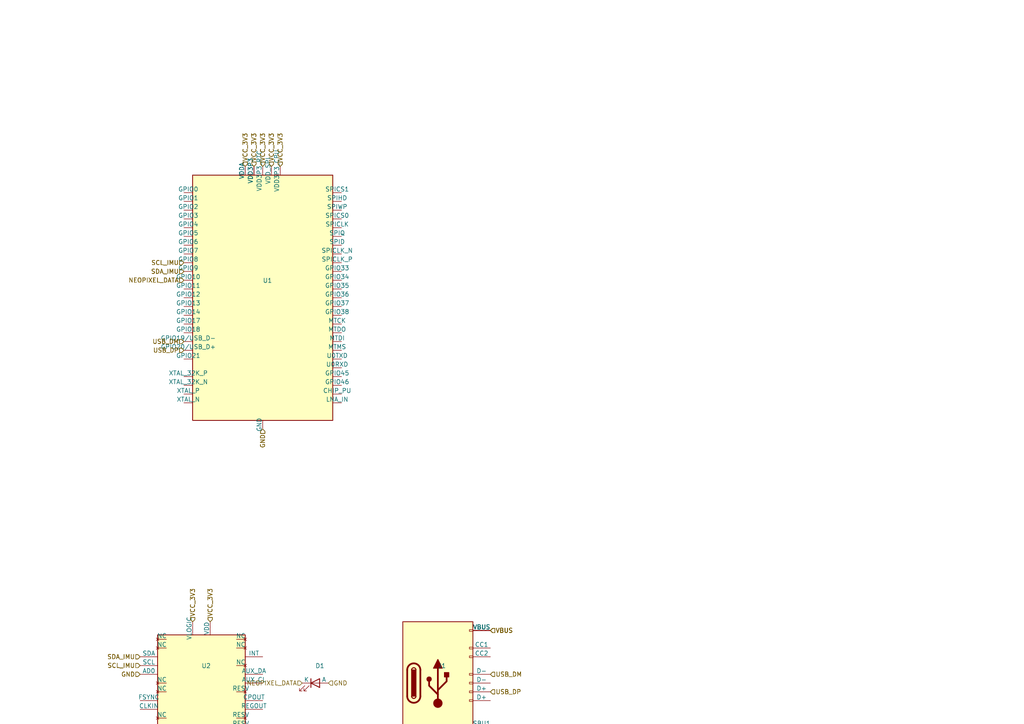
<source format=kicad_sch>
(kicad_sch (version 20250114) (generator "circuit_synth") (generator_version "9.0")
  (paper "A4")
  (lib_symbols
    (symbol "Connector:USB_C_Receptacle_USB2.0_16P" (pin_numbers hide) (pin_names (offset 0))
      (property "Reference" "J" (at 0 0 0))
      (property "Value" "USB_C_Receptacle_USB2.0_16P" (at 0 0 0))
      (symbol "USB_C_Receptacle_USB2.0_16P_0_1"
        (rectangle (start -0.254 -17.78) (end 0.254 -16.764))
        (rectangle (start 10.16 15.494) (end 9.144 14.986))
        (rectangle (start 10.16 10.414) (end 9.144 9.906))
        (rectangle (start 10.16 7.874) (end 9.144 7.366))
        (rectangle (start 10.16 2.794) (end 9.144 2.286))
        (rectangle (start 10.16 0.254) (end 9.144 -0.254))
        (rectangle (start 10.16 -2.286) (end 9.144 -2.794))
        (rectangle (start 10.16 -4.826) (end 9.144 -5.334))
        (rectangle (start 10.16 -12.446) (end 9.144 -12.954))
        (rectangle (start 10.16 -14.986) (end 9.144 -15.494))
        (rectangle (start -10.16 17.78) (end 10.16 -17.78) (stroke (width 0.254)) (fill (type background)))
        (polyline (pts (xy -8.89 -3.81) (xy -8.89 3.81)) (stroke (width 0.508)))
        (rectangle (start -7.62 -3.81) (end -6.35 3.81) (stroke (width 0.254)) (fill (type outline)))
        (arc (start -7.62 3.81) (mid -6.985 4.4423) (end -6.35 3.81) (stroke (width 0.254)))
        (arc (start -7.62 3.81) (mid -6.985 4.4423) (end -6.35 3.81) (stroke (width 0.254)))
        (arc (start -8.89 3.81) (mid -6.985 5.7067) (end -5.08 3.81) (stroke (width 0.508)))
        (arc (start -5.08 -3.81) (mid -6.985 -5.7067) (end -8.89 -3.81) (stroke (width 0.508)))
        (arc (start -6.35 -3.81) (mid -6.985 -4.4423) (end -7.62 -3.81) (stroke (width 0.254)))
        (arc (start -6.35 -3.81) (mid -6.985 -4.4423) (end -7.62 -3.81) (stroke (width 0.254)))
        (polyline (pts (xy -5.08 3.81) (xy -5.08 -3.81)) (stroke (width 0.508)))
        (circle (center -2.54 1.143) (radius 0.635) (stroke (width 0.254)) (fill (type outline)))
        (polyline (pts (xy -1.27 4.318) (xy 0 6.858) (xy 1.27 4.318) (xy -1.27 4.318)) (stroke (width 0.254)) (fill (type outline)))
        (polyline (pts (xy 0 -2.032) (xy 2.54 0.508) (xy 2.54 1.778)) (stroke (width 0.508)))
        (polyline (pts (xy 0 -3.302) (xy -2.54 -0.762) (xy -2.54 0.508)) (stroke (width 0.508)))
        (polyline (pts (xy 0 -5.842) (xy 0 4.318)) (stroke (width 0.508)))
        (circle (center 0 -5.842) (radius 1.27) (fill (type outline)))
        (rectangle (start 1.905 1.778) (end 3.175 3.048) (stroke (width 0.254)) (fill (type outline)))
      )
      (symbol "USB_C_Receptacle_USB2.0_16P_1_1"
        (pin passive line (at -7.62 -22.86 90) (length 5.08) (name "SHIELD") (number "S1"))
        (pin passive line (at 0 -22.86 90) (length 5.08) (name "GND") (number "A1"))
        (pin passive line (at 0 -22.86 90) (length 5.08) (name "GND") (number "A12"))
        (pin passive line (at 0 -22.86 90) (length 5.08) (name "GND") (number "B1"))
        (pin passive line (at 0 -22.86 90) (length 5.08) (name "GND") (number "B12"))
        (pin passive line (at 15.24 15.24 180) (length 5.08) (name "VBUS") (number "A4"))
        (pin passive line (at 15.24 15.24 180) (length 5.08) (name "VBUS") (number "A9"))
        (pin passive line (at 15.24 15.24 180) (length 5.08) (name "VBUS") (number "B4"))
        (pin passive line (at 15.24 15.24 180) (length 5.08) (name "VBUS") (number "B9"))
        (pin bidirectional line (at 15.24 10.16 180) (length 5.08) (name "CC1") (number "A5"))
        (pin bidirectional line (at 15.24 7.62 180) (length 5.08) (name "CC2") (number "B5"))
        (pin bidirectional line (at 15.24 2.54 180) (length 5.08) (name "D-") (number "A7"))
        (pin bidirectional line (at 15.24 0 180) (length 5.08) (name "D-") (number "B7"))
        (pin bidirectional line (at 15.24 -2.54 180) (length 5.08) (name "D+") (number "A6"))
        (pin bidirectional line (at 15.24 -5.08 180) (length 5.08) (name "D+") (number "B6"))
        (pin bidirectional line (at 15.24 -12.7 180) (length 5.08) (name "SBU1") (number "A8"))
        (pin bidirectional line (at 15.24 -15.24 180) (length 5.08) (name "SBU2") (number "B8"))
      )
    )
    (symbol "Device:LED" (pin_numbers hide) (pin_names (offset 0))
      (property "Reference" "D" (at 0 0 0))
      (property "Value" "LED" (at 0 0 0))
      (property "Sim.Pins" "1=K 2=A" (at 0 0 0))
      (symbol "LED_0_1"
        (polyline (pts (xy -3.048 -0.762) (xy -4.572 -2.286) (xy -3.81 -2.286) (xy -4.572 -2.286) (xy -4.572 -1.524)))
        (polyline (pts (xy -1.778 -0.762) (xy -3.302 -2.286) (xy -2.54 -2.286) (xy -3.302 -2.286) (xy -3.302 -1.524)))
        (polyline (pts (xy -1.27 0) (xy 1.27 0)))
        (polyline (pts (xy -1.27 -1.27) (xy -1.27 1.27)) (stroke (width 0.254)))
        (polyline (pts (xy 1.27 -1.27) (xy 1.27 1.27) (xy -1.27 0) (xy 1.27 -1.27)) (stroke (width 0.254)))
      )
      (symbol "LED_1_1"
        (pin passive line (at -3.81 0 0) (length 2.54) (name "K") (number "1"))
        (pin passive line (at 3.81 0 180) (length 2.54) (name "A") (number "2"))
      )
    )
    (symbol "MCU_Espressif:ESP32-S3" (pin_numbers hide) (pin_names (offset 0))
      (property "Reference" "U" (at 0 0 0))
      (property "Value" "ESP32-S3" (at 0 0 0))
      (symbol "ESP32-S3_0_1"
        (rectangle (start -20.32 35.56) (end 20.32 -35.56) (stroke (width 0.254)) (fill (type background)))
      )
      (symbol "ESP32-S3_1_1"
        (pin passive line (at -5.08 38.1 270) (length 2.54) (name "VDDA") (number "56"))
        (pin bidirectional line (at 22.86 12.7 180) (length 2.54) (name "SPICLK_N") (number "36"))
        (pin bidirectional line (at 22.86 -10.16 180) (length 2.54) (name "MTDO") (number "45"))
        (pin bidirectional line (at 22.86 -22.86 180) (length 2.54) (name "GPIO45") (number "51"))
        (pin bidirectional line (at -22.86 30.48 0) (length 2.54) (name "GPIO0") (number "5"))
        (pin bidirectional line (at -22.86 27.94 0) (length 2.54) (name "GPIO1") (number "6"))
        (pin bidirectional line (at -22.86 25.4 0) (length 2.54) (name "GPIO2") (number "7"))
        (pin bidirectional line (at -22.86 22.86 0) (length 2.54) (name "GPIO3") (number "8"))
        (pin bidirectional line (at -22.86 20.32 0) (length 2.54) (name "GPIO4") (number "9"))
        (pin bidirectional line (at -22.86 17.78 0) (length 2.54) (name "GPIO5") (number "10"))
        (pin bidirectional line (at -22.86 15.24 0) (length 2.54) (name "GPIO6") (number "11"))
        (pin bidirectional line (at -22.86 12.7 0) (length 2.54) (name "GPIO7") (number "12"))
        (pin bidirectional line (at -22.86 10.16 0) (length 2.54) (name "GPIO8") (number "13"))
        (pin bidirectional line (at -22.86 7.62 0) (length 2.54) (name "GPIO9") (number "14"))
        (pin bidirectional line (at -22.86 5.08 0) (length 2.54) (name "GPIO10") (number "15"))
        (pin bidirectional line (at -22.86 2.54 0) (length 2.54) (name "GPIO11") (number "16"))
        (pin bidirectional line (at -22.86 0 0) (length 2.54) (name "GPIO12") (number "17"))
        (pin bidirectional line (at -22.86 -2.54 0) (length 2.54) (name "GPIO13") (number "18"))
        (pin bidirectional line (at -22.86 -5.08 0) (length 2.54) (name "GPIO14") (number "19"))
        (pin bidirectional line (at -22.86 -7.62 0) (length 2.54) (name "GPIO17") (number "23"))
        (pin bidirectional line (at -22.86 -10.16 0) (length 2.54) (name "GPIO18") (number "24"))
        (pin bidirectional line (at -22.86 -12.7 0) (length 2.54) (name "GPIO19/USB_D-") (number "25"))
        (pin bidirectional line (at -22.86 -15.24 0) (length 2.54) (name "GPIO20/USB_D+") (number "26"))
        (pin bidirectional line (at -22.86 -17.78 0) (length 2.54) (name "GPIO21") (number "27"))
        (pin passive line (at -22.86 -22.86 0) (length 2.54) (name "XTAL_32K_P") (number "21"))
        (pin passive line (at -22.86 -25.4 0) (length 2.54) (name "XTAL_32K_N") (number "22"))
        (pin input line (at -22.86 -27.94 0) (length 2.54) (name "XTAL_P") (number "54"))
        (pin output line (at -22.86 -30.48 0) (length 2.54) (name "XTAL_N") (number "53"))
        (pin power_in line (at -5.08 38.1 270) (length 2.54) (name "VDDA") (number "55"))
        (pin power_in line (at -2.54 38.1 270) (length 2.54) (name "VDD3P3") (number "2"))
        (pin passive line (at -2.54 38.1 270) (length 2.54) (name "VDD3P3") (number "3"))
        (pin power_in line (at 0 38.1 270) (length 2.54) (name "VDD3P3_RTC") (number "20"))
        (pin power_in line (at 0 -38.1 90) (length 2.54) (name "GND") (number "57"))
        (pin power_in line (at 2.54 38.1 270) (length 2.54) (name "VDD_SPI") (number "29"))
        (pin power_in line (at 5.08 38.1 270) (length 2.54) (name "VDD3P3_CPU") (number "46"))
        (pin bidirectional line (at 22.86 30.48 180) (length 2.54) (name "SPICS1") (number "28"))
        (pin bidirectional line (at 22.86 27.94 180) (length 2.54) (name "SPIHD") (number "30"))
        (pin bidirectional line (at 22.86 25.4 180) (length 2.54) (name "SPIWP") (number "31"))
        (pin bidirectional line (at 22.86 22.86 180) (length 2.54) (name "SPICS0") (number "32"))
        (pin bidirectional line (at 22.86 20.32 180) (length 2.54) (name "SPICLK") (number "33"))
        (pin bidirectional line (at 22.86 17.78 180) (length 2.54) (name "SPIQ") (number "34"))
        (pin bidirectional line (at 22.86 15.24 180) (length 2.54) (name "SPID") (number "35"))
        (pin bidirectional line (at 22.86 10.16 180) (length 2.54) (name "SPICLK_P") (number "37"))
        (pin bidirectional line (at 22.86 7.62 180) (length 2.54) (name "GPIO33") (number "38"))
        (pin bidirectional line (at 22.86 5.08 180) (length 2.54) (name "GPIO34") (number "39"))
        (pin bidirectional line (at 22.86 2.54 180) (length 2.54) (name "GPIO35") (number "40"))
        (pin bidirectional line (at 22.86 0 180) (length 2.54) (name "GPIO36") (number "41"))
        (pin bidirectional line (at 22.86 -2.54 180) (length 2.54) (name "GPIO37") (number "42"))
        (pin bidirectional line (at 22.86 -5.08 180) (length 2.54) (name "GPIO38") (number "43"))
        (pin bidirectional line (at 22.86 -7.62 180) (length 2.54) (name "MTCK") (number "44"))
        (pin bidirectional line (at 22.86 -12.7 180) (length 2.54) (name "MTDI") (number "47"))
        (pin bidirectional line (at 22.86 -15.24 180) (length 2.54) (name "MTMS") (number "48"))
        (pin bidirectional line (at 22.86 -17.78 180) (length 2.54) (name "U0TXD") (number "49"))
        (pin bidirectional line (at 22.86 -20.32 180) (length 2.54) (name "U0RXD") (number "50"))
        (pin bidirectional line (at 22.86 -25.4 180) (length 2.54) (name "GPIO46") (number "52"))
        (pin input line (at 22.86 -27.94 180) (length 2.54) (name "CHIP_PU") (number "4"))
        (pin bidirectional line (at 22.86 -30.48 180) (length 2.54) (name "LNA_IN") (number "1"))
      )
    )
    (symbol "Sensor_Motion:MPU-6050" (pin_numbers hide) (pin_names (offset 0))
      (property "Reference" "U" (at 0 0 0))
      (property "Value" "MPU-6050" (at 0 0 0))
      (symbol "MPU-6050_0_1"
        (rectangle (start -12.7 13.97) (end 12.7 -13.97) (stroke (width 0.254)) (fill (type background)))
      )
      (symbol "MPU-6050_1_1"
        (pin bidirectional line (at -17.78 7.62 0) (length 5.08) (name "SDA") (number "24"))
        (pin input line (at -17.78 5.08 0) (length 5.08) (name "SCL") (number "23"))
        (pin input line (at -17.78 2.54 0) (length 5.08) (name "AD0") (number "9"))
        (pin input line (at -17.78 -5.08 0) (length 5.08) (name "FSYNC") (number "11"))
        (pin input line (at -17.78 -7.62 0) (length 5.08) (name "CLKIN") (number "1"))
        (pin no_connect line (at -12.7 12.7 0) (length 2.54) (name "NC") (number "2"))
        (pin no_connect line (at -12.7 10.16 0) (length 2.54) (name "NC") (number "3"))
        (pin no_connect line (at -12.7 0 0) (length 2.54) (name "NC") (number "4"))
        (pin no_connect line (at -12.7 -2.54 0) (length 2.54) (name "NC") (number "5"))
        (pin no_connect line (at -12.7 -10.16 0) (length 2.54) (name "NC") (number "14"))
        (pin power_in line (at -2.54 17.78 270) (length 3.81) (name "VLOGIC") (number "8"))
        (pin power_in line (at 0 -17.78 90) (length 3.81) (name "GND") (number "18"))
        (pin power_in line (at 2.54 17.78 270) (length 3.81) (name "VDD") (number "13"))
        (pin no_connect line (at 12.7 12.7 180) (length 2.54) (name "NC") (number "15"))
        (pin no_connect line (at 12.7 10.16 180) (length 2.54) (name "NC") (number "16"))
        (pin no_connect line (at 12.7 5.08 180) (length 2.54) (name "NC") (number "17"))
        (pin no_connect line (at 12.7 -2.54 180) (length 2.54) (name "RESV") (number "21"))
        (pin no_connect line (at 12.7 -10.16 180) (length 2.54) (name "RESV") (number "19"))
        (pin no_connect line (at 12.7 -12.7 180) (length 2.54) (name "RESV") (number "22"))
        (pin output line (at 17.78 7.62 180) (length 5.08) (name "INT") (number "12"))
        (pin bidirectional line (at 17.78 2.54 180) (length 5.08) (name "AUX_DA") (number "6"))
        (pin output line (at 17.78 0 180) (length 5.08) (name "AUX_CL") (number "7"))
        (pin passive line (at 17.78 -5.08 180) (length 5.08) (name "CPOUT") (number "20"))
        (pin passive line (at 17.78 -7.62 180) (length 5.08) (name "REGOUT") (number "10"))
      )
    )
  )
  (symbol (lib_id "MCU_Espressif:ESP32-S3") (at 76.2 86.36 0) (unit 1)
    (property "Reference" "U1" (at 76.2 81.36 0) (effects (justify left)))
    (property "Footprint" "Package_DFN_QFN:QFN-56-1EP_7x7mm_P0.4mm_EP5.6x5.6mm" (effects (hide yes)))
  )
  (symbol (lib_id "Sensor_Motion:MPU-6050") (at 58.42 198.12 0) (unit 1)
    (property "Reference" "U2" (at 58.42 193.12 0) (effects (justify left)))
    (property "Footprint" "Package_LGA:LGA-24_3x3mm_P0.4mm" (effects (hide yes)))
  )
  (symbol (lib_id "Device:LED") (at 91.44 198.12 0) (unit 1)
    (property "Reference" "D1" (at 91.44 193.12 0) (effects (justify left)))
    (property "Footprint" "LED_SMD:LED_0603_1608Metric" (effects (hide yes)))
  )
  (symbol (lib_id "Connector:USB_C_Receptacle_USB2.0_16P") (at 127 198.12 0) (unit 1)
    (property "Reference" "J1" (at 127 193.12 0) (effects (justify left)))
    (property "Footprint" "Connector_USB:USB_C_Receptacle_USB2.0_16P_Vertical" (effects (hide yes)))
  )
  (hierarchical_label "VCC_3V3" (shape input) (at 71.12 48.26 90))
  (hierarchical_label "VCC_3V3" (shape input) (at 71.12 48.26 90))
  (hierarchical_label "VCC_3V3" (shape input) (at 73.66 48.26 90))
  (hierarchical_label "VCC_3V3" (shape input) (at 73.66 48.26 90))
  (hierarchical_label "VCC_3V3" (shape input) (at 76.2 48.26 90))
  (hierarchical_label "VCC_3V3" (shape input) (at 78.74 48.26 90))
  (hierarchical_label "VCC_3V3" (shape input) (at 81.28 48.26 90))
  (hierarchical_label "VCC_3V3" (shape input) (at 76.2 48.26 90))
  (hierarchical_label "VCC_3V3" (shape input) (at 78.74 48.26 90))
  (hierarchical_label "VCC_3V3" (shape input) (at 81.28 48.26 90))
  (hierarchical_label "VCC_3V3" (shape input) (at 55.88 180.34 90))
  (hierarchical_label "VCC_3V3" (shape input) (at 60.96 180.34 90))
  (hierarchical_label "VCC_3V3" (shape input) (at 60.96 180.34 90))
  (hierarchical_label "VCC_3V3" (shape input) (at 55.88 180.34 90))
  (hierarchical_label "SCL_IMU" (shape input) (at 53.34 76.2 180))
  (hierarchical_label "SCL_IMU" (shape input) (at 53.34 76.2 180))
  (hierarchical_label "SCL_IMU" (shape input) (at 40.64 193.04 180))
  (hierarchical_label "SCL_IMU" (shape input) (at 40.64 193.04 180))
  (hierarchical_label "SDA_IMU" (shape input) (at 53.34 78.74 180))
  (hierarchical_label "SDA_IMU" (shape input) (at 53.34 78.74 180))
  (hierarchical_label "SDA_IMU" (shape input) (at 40.64 190.5 180))
  (hierarchical_label "SDA_IMU" (shape input) (at 40.64 190.5 180))
  (hierarchical_label "NEOPIXEL_DATA" (shape input) (at 53.34 81.28 180))
  (hierarchical_label "NEOPIXEL_DATA" (shape input) (at 53.34 81.28 180))
  (hierarchical_label "NEOPIXEL_DATA" (shape input) (at 87.63 198.12 180))
  (hierarchical_label "USB_DM" (shape input) (at 53.34 99.06 180))
  (hierarchical_label "USB_DM" (shape input) (at 53.34 99.06 180))
  (hierarchical_label "USB_DM" (shape input) (at 142.24 195.58 0))
  (hierarchical_label "USB_DM" (shape input) (at 142.24 195.58 0))
  (hierarchical_label "USB_DP" (shape input) (at 53.34 101.6 180))
  (hierarchical_label "USB_DP" (shape input) (at 53.34 101.6 180))
  (hierarchical_label "USB_DP" (shape input) (at 142.24 200.66 0))
  (hierarchical_label "USB_DP" (shape input) (at 142.24 200.66 0))
  (hierarchical_label "GND" (shape input) (at 76.2 124.46 270))
  (hierarchical_label "GND" (shape input) (at 76.2 124.46 270))
  (hierarchical_label "GND" (shape input) (at 40.64 195.58 180))
  (hierarchical_label "GND" (shape input) (at 58.42 215.9 270))
  (hierarchical_label "GND" (shape input) (at 58.42 215.9 270))
  (hierarchical_label "GND" (shape input) (at 40.64 195.58 180))
  (hierarchical_label "GND" (shape input) (at 95.25 198.12 0))
  (hierarchical_label "GND" (shape input) (at 119.38 220.98 270))
  (hierarchical_label "GND" (shape input) (at 127 220.98 270))
  (hierarchical_label "GND" (shape input) (at 127 220.98 270))
  (hierarchical_label "GND" (shape input) (at 127 220.98 270))
  (hierarchical_label "GND" (shape input) (at 127 220.98 270))
  (hierarchical_label "GND" (shape input) (at 119.38 220.98 270))
  (hierarchical_label "VBUS" (shape input) (at 142.24 182.88 0))
  (hierarchical_label "VBUS" (shape input) (at 142.24 182.88 0))
  (hierarchical_label "VBUS" (shape input) (at 142.24 182.88 0))
  (hierarchical_label "VBUS" (shape input) (at 142.24 182.88 0))
)
</source>
